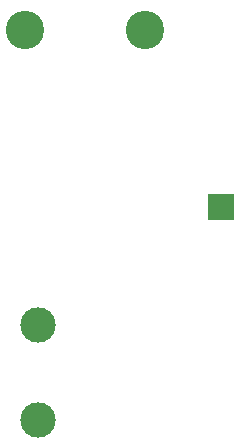
<source format=gbs>
G04 (created by PCBNEW (2013-08-24 BZR 4298)-stable) date Wed 06 Aug 2014 08:08:47 PM PDT*
%MOIN*%
G04 Gerber Fmt 3.4, Leading zero omitted, Abs format*
%FSLAX34Y34*%
G01*
G70*
G90*
G04 APERTURE LIST*
%ADD10C,0.005906*%
%ADD11C,0.118110*%
%ADD12C,0.127953*%
%ADD13R,0.090551X0.090551*%
G04 APERTURE END LIST*
G54D10*
G54D11*
X14911Y-25344D03*
X14911Y-22194D03*
G54D12*
X14486Y-12352D03*
X18486Y-12352D03*
G54D13*
X21013Y-18257D03*
M02*

</source>
